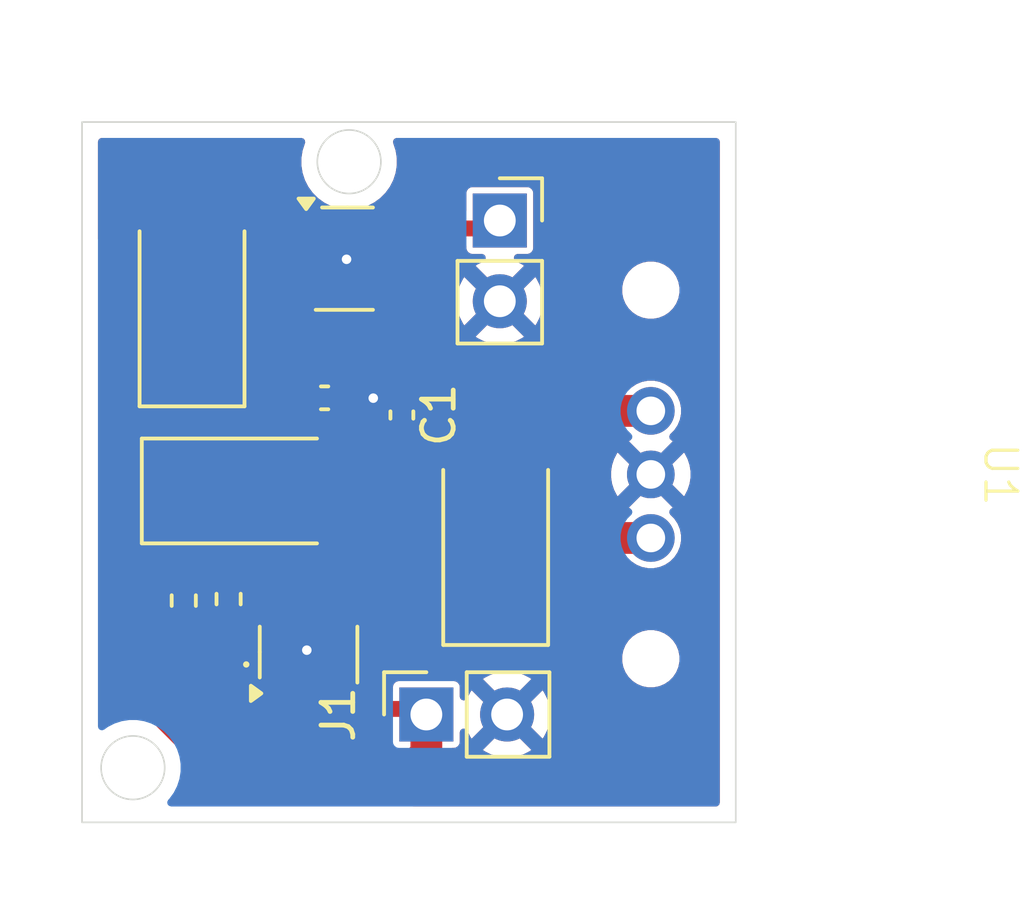
<source format=kicad_pcb>
(kicad_pcb (version 20241229) (generator "pcbnew") (generator_version "9.0")
  (layers (0 "F.Cu" signal) (2 "B.Cu" signal) (13 "F.Paste" user) (15 "B.Paste" user) (5 "F.SilkS" user "F.Silkscreen") (7 "B.SilkS" user "B.Silkscreen") (1 "F.Mask" user) (3 "B.Mask" user) (25 "Edge.Cuts" user))
  (net 0 "")
  (net 1 "GND")
  (net 2 "Net-(D1-A)")
  (net 3 "Net-(D1-K)")
  (net 4 "+5V")
  (net 5 "Net-(D2-A)")
  (net 6 "VBUS")
  (net 7 "VDD")
  (net 9 "Net-(U2-PROG)")
  (net 10 "Net-(D3-K)")
  (footprint "Resistor_SMD:R_0402_1005Metric_Pad0.72x0.64mm_HandSolder" (layer "F.Cu") (at 147.41 66.5825 -90)
    (property "Reference" "R2" (hide yes))
    (property "Value" "15k")
    (fp_line (start -0.167621 0.38) (end 0.167621 0.38) (stroke (width 0.12)) (layer "F.SilkS"))
    (fp_line (start -0.167621 -0.38) (end 0.167621 -0.38) (stroke (width 0.12)) (layer "F.SilkS"))
    (pad "1" smd roundrect (at -0.5975 0 270) (size 0.715 0.64) (layers "F.Cu" "F.Mask" "F.Paste") (net 9 "Net-(U2-PROG)"))
    (pad "2" smd roundrect (at 0.5975 0 270) (size 0.715 0.64) (layers "F.Cu" "F.Mask" "F.Paste") (net 1 "GND"))
  )
  (footprint "Package_TO_SOT_SMD:TSOT-23-5_HandSoldering" (layer "F.Cu") (at 149.9 68.33 90)
    (property "Reference" "U2" (hide yes))
    (property "Value" "LTC4054XES5-4.2")
    (fp_line (start 0.08 -1.51) (end 0.88 -1.51) (stroke (width 0.12)) (layer "F.SilkS"))
    (fp_line (start 0.08 -1.51) (end -0.72 -1.51) (stroke (width 0.12)) (layer "F.SilkS"))
    (fp_line (start -0.88 1.56) (end 0.88 1.56) (stroke (width 0.12)) (layer "F.SilkS"))
    (fp_poly (pts (xy -1.22 -1.46) (xy -1.46 -1.79) (xy -0.98 -1.79) (xy -1.22 -1.46)) (stroke (width 0.12)) (fill yes) (layer "F.SilkS"))
    (pad "1" smd roundrect (at -1.71 -0.95 90) (size 2 0.65) (layers "F.Cu" "F.Mask" "F.Paste") (net 3 "Net-(D1-K)"))
    (pad "2" smd roundrect (at -1.71 0 90) (size 2 0.65) (layers "F.Cu" "F.Mask" "F.Paste") (net 1 "GND"))
    (pad "3" smd roundrect (at -1.71 0.95 90) (size 2 0.65) (layers "F.Cu" "F.Mask" "F.Paste") (net 6 "VBUS"))
    (pad "4" smd roundrect (at 1.71 0.95 90) (size 2 0.65) (layers "F.Cu" "F.Mask" "F.Paste") (net 4 "+5V"))
    (pad "5" smd roundrect (at 1.71 -0.95 90) (size 2 0.65) (layers "F.Cu" "F.Mask" "F.Paste") (net 9 "Net-(U2-PROG)"))
  )
  (footprint "Diode_SMD:D_SMA" (layer "F.Cu") (at 148.19 63.18)
    (property "Reference" "D3" (hide yes))
    (property "Value" "SS14")
    (fp_line (start -3.51 -1.65) (end -3.51 1.65) (stroke (width 0.12)) (layer "F.SilkS"))
    (fp_line (start -3.51 -1.65) (end 2 -1.65) (stroke (width 0.12)) (layer "F.SilkS"))
    (fp_line (start -3.51 1.65) (end 2 1.65) (stroke (width 0.12)) (layer "F.SilkS"))
    (pad "1" smd roundrect (at -2 0) (size 2.5 1.8) (layers "F.Cu" "F.Mask" "F.Paste") (roundrect_rratio 0.1388888889) (net 10 "Net-(D3-K)"))
    (pad "2" smd roundrect (at 2 0) (size 2.5 1.8) (layers "F.Cu" "F.Mask" "F.Paste") (roundrect_rratio 0.1388888889) (net 4 "+5V"))
  )
  (footprint "Package_TO_SOT_SMD:SOT-23-5_HandSoldering" (layer "F.Cu") (at 151.05 55.87)
    (property "Reference" "IC2" (hide yes))
    (property "Value" "ADPL40502AUJZ-3.0-R7")
    (fp_line (start -0.9 1.61) (end 0.9 1.61) (stroke (width 0.12)) (layer "F.SilkS"))
    (fp_line (start 0.1 -1.61) (end -0.7 -1.61) (stroke (width 0.12)) (layer "F.SilkS"))
    (fp_line (start 0.1 -1.61) (end 0.9 -1.61) (stroke (width 0.12)) (layer "F.SilkS"))
    (fp_poly (pts (xy -1.2 -1.56) (xy -1.44 -1.89) (xy -0.96 -1.89) (xy -1.2 -1.56)) (stroke (width 0.12)) (fill yes) (layer "F.SilkS"))
    (pad "1" smd roundrect (at -1.35 -0.95) (size 1.56 0.65) (layers "F.Cu" "F.Mask" "F.Paste") (net 10 "Net-(D3-K)"))
    (pad "2" smd roundrect (at -1.35 0) (size 1.56 0.65) (layers "F.Cu" "F.Mask" "F.Paste") (net 1 "GND"))
    (pad "3" smd roundrect (at -1.35 0.95) (size 1.56 0.65) (layers "F.Cu" "F.Mask" "F.Paste") (net 10 "Net-(D3-K)"))
    (pad "4" smd roundrect (at 1.35 0.95) (size 1.56 0.65) (layers "F.Cu" "F.Mask" "F.Paste"))
    (pad "5" smd roundrect (at 1.35 -0.95) (size 1.56 0.65) (layers "F.Cu" "F.Mask" "F.Paste") (net 7 "VDD"))
  )
  (footprint "Pogo_pin:Pogo_pin" (layer "F.Cu") (at 160.69 62.66 -90)
    (property "Reference" "U1" (at 0 -11 270) (layer "F.SilkS") (effects (font (thickness 0.1))))
    (property "Value" "~")
    (pad "" np_thru_hole circle (at -5.8 0 270) (size 1.3 1.3) (drill 1.3) (layers "*.Cu" "*.Mask"))
    (pad "" np_thru_hole circle (at 5.8 0 270) (size 1.3 1.3) (drill 1.3) (layers "*.Cu" "*.Mask"))
    (pad "1" thru_hole circle (at -2 0 270) (size 1.5 1.5) (drill 0.9) (layers "*.Cu" "*.Mask") (net 5 "Net-(D2-A)"))
    (pad "2" thru_hole circle (at 0 0 270) (size 1.5 1.5) (drill 0.9) (layers "*.Cu" "*.Mask") (net 1 "GND"))
    (pad "3" thru_hole circle (at 2 0 270) (size 1.5 1.5) (drill 0.9) (layers "*.Cu" "*.Mask") (net 5 "Net-(D2-A)"))
  )
  (footprint "LED_SMD:LED_0402_1005Metric_Pad0.77x0.64mm_HandSolder" (layer "F.Cu") (at 146.7 68.64 180)
    (property "Reference" "D1" (hide yes))
    (property "Value" "LED")
    (fp_circle (center -1.265 0) (end -1.215 0) (stroke (width 0.1)) (fill no) (layer "F.SilkS"))
    (pad "1" smd roundrect (at -0.5725 0 180) (size 0.765 0.64) (layers "F.Cu" "F.Mask" "F.Paste") (net 3 "Net-(D1-K)"))
    (pad "2" smd roundrect (at 0.5725 0 180) (size 0.765 0.64) (layers "F.Cu" "F.Mask" "F.Paste") (net 2 "Net-(D1-A)"))
  )
  (footprint "Connector_PinSocket_2.54mm:PinSocket_1x02_P2.54mm_Vertical" (layer "F.Cu") (at 155.94 54.67)
    (property "Reference" "J2" (hide yes))
    (property "Value" "Conn_01x02_Pin")
    (fp_line (start -1.33 1.27) (end -1.33 3.87) (stroke (width 0.12)) (layer "F.SilkS"))
    (fp_line (start -1.33 1.27) (end 1.33 1.27) (stroke (width 0.12)) (layer "F.SilkS"))
    (fp_line (start -1.33 3.87) (end 1.33 3.87) (stroke (width 0.12)) (layer "F.SilkS"))
    (fp_line (start 0 -1.33) (end 1.33 -1.33) (stroke (width 0.12)) (layer "F.SilkS"))
    (fp_line (start 1.33 -1.33) (end 1.33 0) (stroke (width 0.12)) (layer "F.SilkS"))
    (fp_line (start 1.33 1.27) (end 1.33 3.87) (stroke (width 0.12)) (layer "F.SilkS"))
    (pad "1" thru_hole rect (at 0 0) (size 1.7 1.7) (drill 1) (layers "*.Cu" "*.Mask") (net 7 "VDD"))
    (pad "2" thru_hole circle (at 0 2.54) (size 1.7 1.7) (drill 1) (layers "*.Cu" "*.Mask") (net 1 "GND"))
  )
  (footprint "Diode_SMD:D_SMA" (layer "F.Cu") (at 155.81 64.5175 90)
    (property "Reference" "D2" (hide yes))
    (property "Value" "SS14")
    (fp_line (start -3.51 -1.65) (end 2 -1.65) (stroke (width 0.12)) (layer "F.SilkS"))
    (fp_line (start -3.51 -1.65) (end -3.51 1.65) (stroke (width 0.12)) (layer "F.SilkS"))
    (fp_line (start -3.51 1.65) (end 2 1.65) (stroke (width 0.12)) (layer "F.SilkS"))
    (pad "1" smd roundrect (at -2 0 90) (size 2.5 1.8) (layers "F.Cu" "F.Mask" "F.Paste") (roundrect_rratio 0.1388888889) (net 4 "+5V"))
    (pad "2" smd roundrect (at 2 0 90) (size 2.5 1.8) (layers "F.Cu" "F.Mask" "F.Paste") (roundrect_rratio 0.1388888889) (net 5 "Net-(D2-A)"))
  )
  (footprint "Capacitor_SMD:C_0402_1005Metric_Pad0.74x0.62mm_HandSolder" (layer "F.Cu") (at 152.86 60.79 -90)
    (property "Reference" "C1" (at 0 -1.16 90) (layer "F.SilkS"))
    (property "Value" "1uF")
    (fp_line (start -0.115835 0.36) (end 0.115835 0.36) (stroke (width 0.12)) (layer "F.SilkS"))
    (fp_line (start -0.115835 -0.36) (end 0.115835 -0.36) (stroke (width 0.12)) (layer "F.SilkS"))
    (pad "1" smd roundrect (at -0.5675 0 270) (size 0.735 0.62) (layers "F.Cu" "F.Mask" "F.Paste") (net 1 "GND"))
    (pad "2" smd roundrect (at 0.5675 0 270) (size 0.735 0.62) (layers "F.Cu" "F.Mask" "F.Paste") (net 4 "+5V"))
  )
  (footprint "Resistor_SMD:R_0402_1005Metric_Pad0.72x0.64mm_HandSolder" (layer "F.Cu") (at 146 66.63 -90)
    (property "Reference" "R1" (hide yes))
    (property "Value" "330" (hide yes))
    (fp_line (start -0.167621 0.38) (end 0.167621 0.38) (stroke (width 0.12)) (layer "F.SilkS"))
    (fp_line (start -0.167621 -0.38) (end 0.167621 -0.38) (stroke (width 0.12)) (layer "F.SilkS"))
    (pad "1" smd roundrect (at -0.5975 0 270) (size 0.715 0.64) (layers "F.Cu" "F.Mask" "F.Paste") (net 4 "+5V"))
    (pad "2" smd roundrect (at 0.5975 0 270) (size 0.715 0.64) (layers "F.Cu" "F.Mask" "F.Paste") (net 2 "Net-(D1-A)"))
  )
  (footprint "Capacitor_SMD:C_0402_1005Metric_Pad0.74x0.62mm_HandSolder" (layer "F.Cu") (at 150.43 60.25 180)
    (property "Reference" "C7" (hide yes))
    (property "Value" "1uF")
    (fp_line (start -0.115835 0.36) (end 0.115835 0.36) (stroke (width 0.12)) (layer "F.SilkS"))
    (fp_line (start -0.115835 -0.36) (end 0.115835 -0.36) (stroke (width 0.12)) (layer "F.SilkS"))
    (pad "1" smd roundrect (at -0.5675 0 180) (size 0.735 0.62) (layers "F.Cu" "F.Mask" "F.Paste") (net 1 "GND"))
    (pad "2" smd roundrect (at 0.5675 0 180) (size 0.735 0.62) (layers "F.Cu" "F.Mask" "F.Paste") (net 10 "Net-(D3-K)"))
  )
  (footprint "Connector_PinSocket_2.54mm:PinSocket_1x02_P2.54mm_Vertical" (layer "F.Cu") (at 153.63 70.215 90)
    (property "Reference" "J1" (at 0 -2.77 90) (layer "F.SilkS"))
    (property "Value" "Conn_01x02_Pin")
    (fp_line (start 1.33 -1.33) (end 1.33 0) (stroke (width 0.12)) (layer "F.SilkS"))
    (fp_line (start 0 -1.33) (end 1.33 -1.33) (stroke (width 0.12)) (layer "F.SilkS"))
    (fp_line (start 1.33 1.27) (end 1.33 3.87) (stroke (width 0.12)) (layer "F.SilkS"))
    (fp_line (start -1.33 1.27) (end 1.33 1.27) (stroke (width 0.12)) (layer "F.SilkS"))
    (fp_line (start -1.33 1.27) (end -1.33 3.87) (stroke (width 0.12)) (layer "F.SilkS"))
    (fp_line (start -1.33 3.87) (end 1.33 3.87) (stroke (width 0.12)) (layer "F.SilkS"))
    (pad "1" thru_hole rect (at 0 0 90) (size 1.7 1.7) (drill 1) (layers "*.Cu" "*.Mask") (net 6 "VBUS"))
    (pad "2" thru_hole circle (at 0 2.54 90) (size 1.7 1.7) (drill 1) (layers "*.Cu" "*.Mask") (net 1 "GND"))
  )
  (footprint "Diode_SMD:D_SMA" (layer "F.Cu") (at 146.26 57.0075 90)
    (property "Reference" "D4" (hide yes))
    (property "Value" "SS14")
    (fp_line (start -3.51 -1.65) (end 2 -1.65) (stroke (width 0.12)) (layer "F.SilkS"))
    (fp_line (start -3.51 -1.65) (end -3.51 1.65) (stroke (width 0.12)) (layer "F.SilkS"))
    (fp_line (start -3.51 1.65) (end 2 1.65) (stroke (width 0.12)) (layer "F.SilkS"))
    (pad "1" smd roundrect (at -2 0 90) (size 2.5 1.8) (layers "F.Cu" "F.Mask" "F.Paste") (roundrect_rratio 0.1388888889) (net 10 "Net-(D3-K)"))
    (pad "2" smd roundrect (at 2 0 90) (size 2.5 1.8) (layers "F.Cu" "F.Mask" "F.Paste") (roundrect_rratio 0.1388888889) (net 6 "VBUS"))
  )
  (gr_rect (start 142.8 51.57) (end 163.36 73.61) (stroke (width 0.05)) (fill no) (layer "Edge.Cuts"))
  (gr_circle (center 144.4 71.89) (end 145.4 71.89) (stroke (width 0.05)) (fill no) (layer "Edge.Cuts"))
  (gr_circle (center 151.2 52.82) (end 152.2 52.82) (stroke (width 0.05)) (fill no) (layer "Edge.Cuts"))
  (segment (start 149.7 55.87) (end 151.1 55.87) (width 0.5) (layer "F.Cu") (net 1))
  (segment (start 152.86 60.2225) (end 151.9975 60.2225) (width 0.5) (layer "F.Cu") (net 1))
  (segment (start 149.87 70.01) (end 149.9 70.04) (width 0.5) (layer "F.Cu") (net 1))
  (segment (start 148.42 68.19) (end 149.87 68.19) (width 0.5) (layer "F.Cu") (net 1))
  (segment (start 147.41 67.18) (end 148.42 68.19) (width 0.5) (layer "F.Cu") (net 1))
  (segment (start 150.9975 60.25) (end 151.95 60.25) (width 0.5) (layer "F.Cu") (net 1))
  (segment (start 151.95 60.25) (end 151.96 60.26) (width 0.5) (layer "F.Cu") (net 1))
  (segment (start 149.87 68.19) (end 149.87 70.01) (width 0.5) (layer "F.Cu") (net 1))
  (segment (start 151.9975 60.2225) (end 151.96 60.26) (width 0.5) (layer "F.Cu") (net 1))
  (segment (start 151.1 55.87) (end 151.12 55.89) (width 0.5) (layer "F.Cu") (net 1))
  (via (at 151.96 60.26) (size 0.6) (drill 0.3) (layers "F.Cu" "B.Cu") (net 1))
  (via (at 151.12 55.89) (size 0.6) (drill 0.3) (layers "F.Cu" "B.Cu") (net 1))
  (via (at 149.87 68.19) (size 0.6) (drill 0.3) (layers "F.Cu" "B.Cu") (net 1))
  (segment (start 146 67.2275) (end 146 68.5125) (width 0.2) (layer "F.Cu") (net 2))
  (segment (start 146 68.5125) (end 146.1275 68.64) (width 0.2) (layer "F.Cu") (net 2))
  (segment (start 148.06 70.04) (end 148.95 70.04) (width 0.2) (layer "F.Cu") (net 3))
  (segment (start 147.2725 69.2525) (end 148.06 70.04) (width 0.2) (layer "F.Cu") (net 3))
  (segment (start 147.2725 68.64) (end 147.2725 69.2525) (width 0.2) (layer "F.Cu") (net 3))
  (segment (start 152.86 61.3575) (end 152.86 62.19) (width 0.5) (layer "F.Cu") (net 4))
  (segment (start 148.76 63.18) (end 150.19 63.18) (width 0.2) (layer "F.Cu") (net 4))
  (segment (start 151.87 63.18) (end 150.19 63.18) (width 0.5) (layer "F.Cu") (net 4))
  (segment (start 152.86 62.19) (end 151.87 63.18) (width 0.5) (layer "F.Cu") (net 4))
  (segment (start 150.85 66.62) (end 150.85 63.84) (width 0.5) (layer "F.Cu") (net 4))
  (segment (start 146 65.31) (end 146.38 64.93) (width 0.2) (layer "F.Cu") (net 4))
  (segment (start 146.38 64.93) (end 147.01 64.93) (width 0.2) (layer "F.Cu") (net 4))
  (segment (start 146 66.0325) (end 146 65.31) (width 0.2) (layer "F.Cu") (net 4))
  (segment (start 155.81 66.5175) (end 150.9525 66.5175) (width 0.5) (layer "F.Cu") (net 4))
  (segment (start 150.7025 62.6675) (end 150.19 63.18) (width 0.5) (layer "F.Cu") (net 4))
  (segment (start 150.19 63.18) (end 150.86 63.85) (width 0.5) (layer "F.Cu") (net 4))
  (segment (start 150.85 63.84) (end 150.19 63.18) (width 0.5) (layer "F.Cu") (net 4))
  (segment (start 150.9525 66.5175) (end 150.85 66.62) (width 0.5) (layer "F.Cu") (net 4))
  (segment (start 147.01 64.93) (end 148.76 63.18) (width 0.2) (layer "F.Cu") (net 4))
  (segment (start 157.37 60.66) (end 160.69 60.66) (width 1) (layer "F.Cu") (net 5))
  (segment (start 155.81 62.22) (end 157.37 60.66) (width 1) (layer "F.Cu") (net 5))
  (segment (start 160.69 64.66) (end 157.32 64.66) (width 1) (layer "F.Cu") (net 5))
  (segment (start 155.81 63.15) (end 155.81 62.5175) (width 1) (layer "F.Cu") (net 5))
  (segment (start 157.32 64.66) (end 155.81 63.15) (width 1) (layer "F.Cu") (net 5))
  (segment (start 155.81 62.5175) (end 155.81 62.22) (width 1) (layer "F.Cu") (net 5))
  (segment (start 144 55.84) (end 144 68.74) (width 1) (layer "F.Cu") (net 6))
  (segment (start 153.63 71.44) (end 153.63 70.215) (width 1) (layer "F.Cu") (net 6))
  (segment (start 144.8325 55.0075) (end 144 55.84) (width 1) (layer "F.Cu") (net 6))
  (segment (start 153.455 70.04) (end 153.63 70.215) (width 0.5) (layer "F.Cu") (net 6))
  (segment (start 150.85 70.04) (end 153.455 70.04) (width 0.5) (layer "F.Cu") (net 6))
  (segment (start 144 68.74) (end 147.57 72.31) (width 1) (layer "F.Cu") (net 6))
  (segment (start 147.57 72.31) (end 152.76 72.31) (width 1) (layer "F.Cu") (net 6))
  (segment (start 152.76 72.31) (end 153.63 71.44) (width 1) (layer "F.Cu") (net 6))
  (segment (start 146.26 55.0075) (end 144.8325 55.0075) (width 1) (layer "F.Cu") (net 6))
  (segment (start 155.69 54.92) (end 155.94 54.67) (width 0.5) (layer "F.Cu") (net 7))
  (segment (start 152.4 54.92) (end 155.69 54.92) (width 0.5) (layer "F.Cu") (net 7))
  (segment (start 147.875 65.985) (end 148.51 66.62) (width 0.2) (layer "F.Cu") (net 9))
  (segment (start 148.51 66.62) (end 148.95 66.62) (width 0.2) (layer "F.Cu") (net 9))
  (segment (start 147.41 65.985) (end 147.875 65.985) (width 0.2) (layer "F.Cu") (net 9))
  (segment (start 149.0225 59.0075) (end 148.4 59.0075) (width 0.5) (layer "F.Cu") (net 10))
  (segment (start 146.35 58.9175) (end 146.35 57.45) (width 0.5) (layer "F.Cu") (net 10))
  (segment (start 147.4 56.96) (end 148.1 56.26) (width 0.5) (layer "F.Cu") (net 10))
  (segment (start 148.4 59.0075) (end 146.26 59.0075) (width 0.5) (layer "F.Cu") (net 10))
  (segment (start 148.63 54.92) (end 149.7 54.92) (width 0.5) (layer "F.Cu") (net 10))
  (segment (start 149.7 56.82) (end 149.7 58.33) (width 0.5) (layer "F.Cu") (net 10))
  (segment (start 146.26 59.0075) (end 146.35 58.9175) (width 0.5) (layer "F.Cu") (net 10))
  (segment (start 146.19 59.0775) (end 146.26 59.0075) (width 1) (layer "F.Cu") (net 10))
  (segment (start 146.84 56.96) (end 147.4 56.96) (width 0.5) (layer "F.Cu") (net 10))
  (segment (start 149.7 58.33) (end 149.0225 59.0075) (width 0.5) (layer "F.Cu") (net 10))
  (segment (start 148.4 59.71) (end 148.94 60.25) (width 0.5) (layer "F.Cu") (net 10))
  (segment (start 148.94 60.25) (end 149.8625 60.25) (width 0.5) (layer "F.Cu") (net 10))
  (segment (start 148.1 55.45) (end 148.63 54.92) (width 0.5) (layer "F.Cu") (net 10))
  (segment (start 148.1 56.26) (end 148.1 55.45) (width 0.5) (layer "F.Cu") (net 10))
  (segment (start 146.35 57.45) (end 146.84 56.96) (width 0.5) (layer "F.Cu") (net 10))
  (segment (start 146.19 63.18) (end 146.19 59.0775) (width 1) (layer "F.Cu") (net 10))
  (segment (start 148.4 59.0075) (end 148.4 59.71) (width 0.5) (layer "F.Cu") (net 10))
  (zone (net 1) (net_name "GND") (layers "F.Cu" "B.Cu") (name "GND") (connect_pads (clearance 0)) (min_thickness 0.25) (fill yes (thermal_gap 0.5) (thermal_bridge_width 0.5))
    (polygon (pts (xy 140.48 47.93) (xy 165.91 47.73) (xy 166.5 75.14) (xy 140.22 75.47)))
  )
)
</source>
